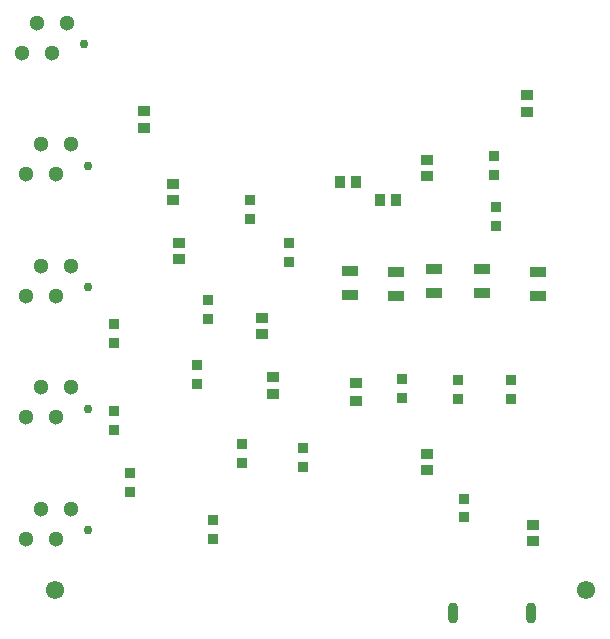
<source format=gbr>
%TF.GenerationSoftware,Altium Limited,Altium Designer,20.2.4 (192)*%
G04 Layer_Color=255*
%FSLAX45Y45*%
%MOMM*%
%TF.SameCoordinates,538F140D-ADF5-4649-B7F1-A5983F3DD12E*%
%TF.FilePolarity,Positive*%
%TF.FileFunction,Pads,Bot*%
%TF.Part,Single*%
G01*
G75*
%TA.AperFunction,SMDPad,CuDef*%
%ADD14R,0.81000X0.99000*%
%ADD20R,1.45000X0.95000*%
%ADD37R,0.95000X0.90000*%
%ADD39R,0.99000X0.81000*%
%TA.AperFunction,ComponentPad*%
%ADD42C,1.30000*%
%ADD43C,0.75000*%
%ADD44O,0.90000X1.80000*%
%TA.AperFunction,ViaPad*%
%ADD45C,1.55000*%
%TA.AperFunction,SMDPad,CuDef*%
%ADD47R,1.00000X0.88900*%
D14*
X3250001Y3800003D02*
D03*
X3387999D02*
D03*
X2912003Y3950000D02*
D03*
X3050002D02*
D03*
D20*
X3712698Y3212699D02*
D03*
Y3012699D02*
D03*
X2999999Y2999999D02*
D03*
Y3199999D02*
D03*
X3387298Y3187299D02*
D03*
Y2987299D02*
D03*
X4587301Y3187299D02*
D03*
Y2987299D02*
D03*
X4112702Y3012699D02*
D03*
Y3212699D02*
D03*
D37*
X4235557Y3577620D02*
D03*
Y3737620D02*
D03*
X3964442Y1272377D02*
D03*
Y1112378D02*
D03*
X1135558Y1327617D02*
D03*
Y1487622D02*
D03*
X2485563Y3277616D02*
D03*
Y3437621D02*
D03*
X2149998Y3800003D02*
D03*
Y3640003D02*
D03*
X3435558Y2127621D02*
D03*
Y2287621D02*
D03*
X3914440Y2112381D02*
D03*
Y2272381D02*
D03*
X4364441D02*
D03*
Y2112381D02*
D03*
X999998Y2750002D02*
D03*
Y2590002D02*
D03*
X4214439Y4012377D02*
D03*
Y4172377D02*
D03*
X1800001Y2950002D02*
D03*
Y2790002D02*
D03*
X999998Y2010004D02*
D03*
Y1849999D02*
D03*
X1835556Y1087623D02*
D03*
Y927618D02*
D03*
X1700002Y2400000D02*
D03*
Y2239996D02*
D03*
X2600000Y1700002D02*
D03*
Y1540002D02*
D03*
X2085564Y1737619D02*
D03*
Y1577619D02*
D03*
D39*
X2349998Y2300000D02*
D03*
Y2161997D02*
D03*
X1549999Y3438002D02*
D03*
Y3299998D02*
D03*
X1500002Y3800003D02*
D03*
Y3938006D02*
D03*
X3650000Y4138000D02*
D03*
Y4000002D02*
D03*
X4500006Y4549739D02*
D03*
Y4687743D02*
D03*
X1250000Y4411995D02*
D03*
Y4549999D02*
D03*
X2249998Y2661996D02*
D03*
Y2799999D02*
D03*
X3650000Y1649999D02*
D03*
Y1511996D02*
D03*
X4549999Y912002D02*
D03*
Y1050000D02*
D03*
D42*
X604002Y5300000D02*
D03*
X477002Y5046000D02*
D03*
X350002Y5300000D02*
D03*
X223002Y5046000D02*
D03*
X256022Y4017604D02*
D03*
X383022Y4271604D02*
D03*
X510022Y4017604D02*
D03*
X637022Y4271604D02*
D03*
X256022Y932404D02*
D03*
X383022Y1186404D02*
D03*
X510022Y932404D02*
D03*
X637022Y1186404D02*
D03*
X256022Y1960799D02*
D03*
X383022Y2214799D02*
D03*
X510022Y1960799D02*
D03*
X637022Y2214799D02*
D03*
Y3243199D02*
D03*
X510022Y2989199D02*
D03*
X383022Y3243199D02*
D03*
X256022Y2989199D02*
D03*
D43*
X744002Y5120000D02*
D03*
X777022Y4091600D02*
D03*
Y1006404D02*
D03*
Y2034799D02*
D03*
Y3063199D02*
D03*
D44*
X4530004Y302499D02*
D03*
X3870005D02*
D03*
D45*
X499999Y499999D02*
D03*
X5000000D02*
D03*
D47*
X3050002Y2249998D02*
D03*
Y2095058D02*
D03*
%TF.MD5,d7df22a981021fb9eb8df80e153f83f2*%
M02*

</source>
